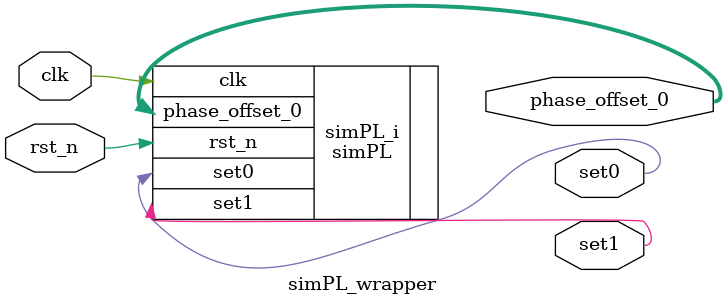
<source format=v>
`timescale 1 ps / 1 ps

module simPL_wrapper
   (clk,
    phase_offset_0,
    rst_n,
    set0,
    set1);
  input clk;
  output [31:0]phase_offset_0;
  input rst_n;
  output set0;
  output set1;

  wire clk;
  wire [31:0]phase_offset_0;
  wire rst_n;
  wire set0;
  wire set1;

  simPL simPL_i
       (.clk(clk),
        .phase_offset_0(phase_offset_0),
        .rst_n(rst_n),
        .set0(set0),
        .set1(set1));
endmodule

</source>
